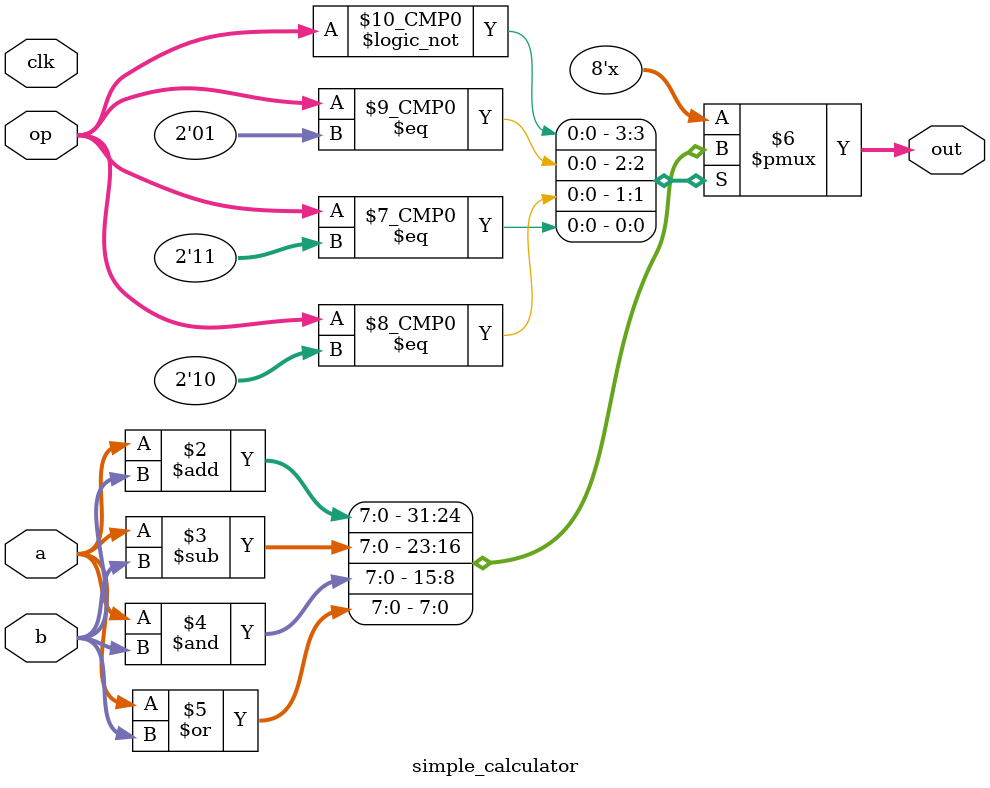
<source format=v>

module simple_calculator(
    input [7:0] a,
    input [7:0] b,
    input [1:0] op,
    input clk,
    output reg [7:0] out
);

always @(*) begin
    case(op)
        2'b00: out = a + b;
        2'b01: out = a - b;
        2'b10: out = a & b;
        2'b11: out = a | b;
    endcase
end

endmodule
</source>
